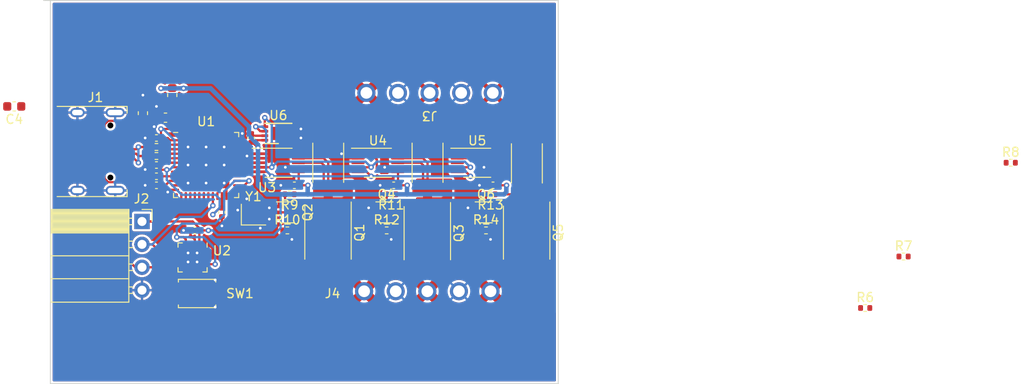
<source format=kicad_pcb>
(kicad_pcb (version 20210424) (generator pcbnew)
  (layers (0 "F.Cu" signal) (31 "B.Cu" signal) (34 "B.Paste" user) (35 "F.Paste" user) (36 "B.SilkS" user "B.Silkscreen") (37 "F.SilkS" user "F.Silkscreen") (38 "B.Mask" user) (39 "F.Mask" user) (44 "Edge.Cuts" user))
  (net 0 "")
  (net 1 "Net-(C1-Pad1)")
  (net 2 "GND")
  (net 3 "Net-(C4-Pad1)")
  (net 4 "Net-(C7-Pad1)")
  (net 5 "+3V3")
  (net 6 "Net-(FB1-Pad1)")
  (net 9 "Net-(J1-PadA6)")
  (net 10 "Net-(J1-PadA7)")
  (net 14 "/PTA3")
  (net 15 "/PTA0")
  (net 16 "Net-(R1-Pad2)")
  (net 17 "Net-(R2-Pad2)")
  (net 18 "Net-(SW1-Pad2)")
  (net 22 "Net-(J4-Pad1)")
  (net 25 "Net-(J4-Pad3)")
  (net 27 "Net-(U1-Pad24)")
  (net 28 "Net-(U1-Pad25)")
  (net 29 "/RESET_B")
  (net 30 "Net-(Q1-Pad1)")
  (net 31 "Net-(Q1-Pad4)")
  (net 34 "Net-(Q2-Pad2)")
  (net 36 "Net-(Q3-Pad1)")
  (net 37 "Net-(Q3-Pad4)")
  (net 40 "Net-(Q4-Pad2)")
  (net 42 "Net-(Q5-Pad1)")
  (net 43 "Net-(Q5-Pad4)")
  (net 46 "Net-(Q6-Pad2)")
  (net 48 "/~12V_ALERT")
  (net 49 "/~28V_ALERT")
  (net 59 "+48V")
  (net 60 "/D26")
  (net 61 "+28V")
  (net 62 "/D3")
  (net 63 "+12V")
  (net 64 "Net-(J4-Pad5)")
  (net 65 "/SCL")
  (net 66 "/SDA")
  (net 67 "/D4")
  (net 68 "/D16")
  (net 69 "/D17")
  (net 70 "/D0")
  (net 71 "/D1")
  (net 72 "/D15")
  (net 73 "/D22")
  (net 74 "/D23")
  (net 75 "/D9")
  (net 76 "/D10")
  (net 77 "/D13")
  (net 78 "/D11")
  (net 79 "/D12")
  (net 80 "/D2")
  (net 81 "/D14")
  (net 82 "/D7")
  (net 83 "/D8")
  (net 84 "/D6")
  (net 85 "/D20")
  (net 86 "/D21")
  (net 87 "/D5")
  (footprint "Capacitor_SMD:C_0402_1005Metric" (layer "F.Cu") (at 97.5 102 180)
    (fp_text reference "C5" hide)
    (fp_text value "100n")
  )
  (footprint "Resistor_SMD:R_0402_1005Metric" (layer "F.Cu") (at 112 108)
    (fp_text reference "R10")
    (fp_text value "10k")
  )
  (footprint "Package_SO:VSSOP-10_3x3mm_P0.5mm" (layer "F.Cu") (at 111.025 100.5)
    (fp_text reference "U3")
    (fp_text value "INA237")
  )
  (footprint "Connector_WUT:Weidmuller_SL3.5-5-90G" (layer "F.Cu") (at 127.5 114.75)
    (fp_text reference "J4")
    (fp_text value "Conn_01x05_Male")
  )
  (footprint "Package_DFN_QFN:DFN-8-1EP_3x2mm_P0.5mm_EP1.36x1.46mm" (layer "F.Cu") (at 111 97.25 180)
    (fp_text reference "U6")
    (fp_text value "24LC64FT-I/MNY")
  )
  (footprint "Package_SO:PowerPAK_SO-8_Single" (layer "F.Cu") (at 127.5 108.31 -90)
    (fp_text reference "Q3")
    (fp_text value "Si7141DP")
  )
  (footprint "Connector_WUT:USB-C_HRO_TYPE-C-31-M-12" (layer "F.Cu") (at 88.75 99.25 -90)
    (fp_text reference "J1")
    (fp_text value "USB_C_Receptacle_USB2.0")
  )
  (footprint "Resistor_SMD:R_0402_1005Metric" (layer "F.Cu") (at 97.5 98.75)
    (fp_text reference "R1" hide)
    (fp_text value "33")
  )
  (footprint "Package_SO:VSSOP-10_3x3mm_P0.5mm" (layer "F.Cu") (at 133.025 100.5)
    (fp_text reference "U5")
    (fp_text value "INA237")
  )
  (footprint "Resistor_SMD:R_0402_1005Metric" (layer "F.Cu") (at 123 108)
    (fp_text reference "R12")
    (fp_text value "10k")
  )
  (footprint "Package_TO_SOT_SMD:SOT-363_SC-70-6" (layer "F.Cu") (at 134 106)
    (fp_text reference "Q6")
    (fp_text value "SI1539CDL-T1-GE3")
  )
  (footprint "Capacitor_SMD:C_0402_1005Metric" (layer "F.Cu") (at 97.5 97.75 180)
    (fp_text reference "C2" hide)
    (fp_text value "100n")
  )
  (footprint "Package_DFN_QFN:QFN-16-1EP_3x3mm_P0.5mm_EP1.9x1.9mm" (layer "F.Cu") (at 101.5 111 -90)
    (fp_text reference "U2")
    (fp_text value "MKL02Z32VFG4")
  )
  (footprint "Resistor_SMD:R_0402_1005Metric" (layer "F.Cu") (at 175.995 116.605)
    (fp_text reference "R6")
    (fp_text value "10k")
  )
  (footprint "Resistor_SMD:R_0402_1005Metric" (layer "F.Cu") (at 192.115 100.495)
    (fp_text reference "R8")
    (fp_text value "10k")
  )
  (footprint "Button_Switch_SMD:SW_Push_SPST_NO_Alps_SKRK" (layer "F.Cu") (at 102 115 180)
    (fp_text reference "SW1")
    (fp_text value "SW_Push")
  )
  (footprint "Capacitor_SMD:C_0402_1005Metric" (layer "F.Cu") (at 97.5 103 180)
    (fp_text reference "C7" hide)
    (fp_text value "100n")
  )
  (footprint "Package_SO:VSSOP-10_3x3mm_P0.5mm" (layer "F.Cu") (at 122.025 100.5)
    (fp_text reference "U4")
    (fp_text value "INA237")
  )
  (footprint "Capacitor_SMD:C_0402_1005Metric" (layer "F.Cu") (at 104.75 106 -90)
    (fp_text reference "C6" hide)
    (fp_text value "100n")
  )
  (footprint "Connector_WUT:Weidmuller_SL3.5-5-90G" (layer "F.Cu") (at 127.75 92.75 180)
    (fp_text reference "J3")
    (fp_text value "Conn_01x05_Male")
  )
  (footprint "Connector_PinSocket_2.54mm:PinSocket_1x04_P2.54mm_Horizontal" (layer "F.Cu") (at 95.9 107.01)
    (fp_text reference "J2")
    (fp_text value "Conn_01x04_Female")
  )
  (footprint "Capacitor_SMD:C_0402_1005Metric" (layer "F.Cu") (at 134.775 103 180)
    (fp_text reference "C11" hide)
    (fp_text value "100n")
  )
  (footprint "Capacitor_SMD:C_0402_1005Metric" (layer "F.Cu") (at 101.75 108 180)
    (fp_text reference "C8" hide)
    (fp_text value "100n")
  )
  (footprint "Package_SO:PowerPAK_SO-8_Single" (layer "F.Cu") (at 116.5 108.25 -90)
    (fp_text reference "Q1")
    (fp_text value "Si7141DP")
  )
  (footprint "Capacitor_SMD:C_0402_1005Metric" (layer "F.Cu") (at 108 97.75 90)
    (fp_text reference "C12" hide)
    (fp_text value "100n")
  )
  (footprint "Inductor_SMD:L_0603_1608Metric" (layer "F.Cu") (at 99.25 93 -90)
    (fp_text reference "FB2" hide)
    (fp_text value "FerriteBead_Small")
  )
  (footprint "Resistor_SMD:R_2512_6332Metric" (layer "F.Cu") (at 138.525 100.57 -90)
    (fp_text reference "R5" hide)
    (fp_text value "0R1")
  )
  (footprint "Resistor_SMD:R_0402_1005Metric" (layer "F.Cu") (at 134.5 104 180)
    (fp_text reference "R13")
    (fp_text value "10k")
  )
  (footprint "Resistor_SMD:R_0402_1005Metric" (layer "F.Cu") (at 97.5 99.75)
    (fp_text reference "R2" hide)
    (fp_text value "33")
  )
  (footprint "Crystal:Crystal_SMD_2016-4Pin_2.0x1.6mm" (layer "F.Cu") (at 108.25 106.25)
    (fp_text reference "Y1")
    (fp_text value "830108178109 ")
  )
  (footprint "Resistor_SMD:R_0402_1005Metric" (layer "F.Cu") (at 112.25 104 180)
    (fp_text reference "R9")
    (fp_text value "10k")
  )
  (footprint "Capacitor_SMD:C_0603_1608Metric" (layer "F.Cu") (at 98.5 95.5 180)
    (fp_text reference "C1" hide)
    (fp_text value "10u")
  )
  (footprint "Capacitor_SMD:C_0402_1005Metric" (layer "F.Cu") (at 112.775 103 180)
    (fp_text reference "C9" hide)
    (fp_text value "100n")
  )
  (footprint "Package_DFN_QFN:QFN-48-1EP_7x7mm_P0.5mm_EP5.15x5.15mm" (layer "F.Cu") (at 103 100.75)
    (fp_text reference "U1")
    (fp_text value "MKL26Z64VFT4")
  )
  (footprint "Resistor_SMD:R_0402_1005Metric" (layer "F.Cu") (at 123.5 104 180)
    (fp_text reference "R11")
    (fp_text value "10k")
  )
  (footprint "Package_TO_SOT_SMD:SOT-363_SC-70-6" (layer "F.Cu") (at 112 106)
    (fp_text reference "Q2")
    (fp_text value "SI1539CDL-T1-GE3")
  )
  (footprint "Resistor_SMD:R_2512_6332Metric" (layer "F.Cu") (at 116.525 100.5 -90)
    (fp_text reference "R3" hide)
    (fp_text value "0R1")
  )
  (footprint "Capacitor_SMD:C_0402_1005Metric" (layer "F.Cu") (at 123.775 103 180)
    (fp_text reference "C10" hide)
    (fp_text value "100n")
  )
  (footprint "Resistor_SMD:R_0402_1005Metric" (layer "F.Cu") (at 134 108)
    (fp_text reference "R14")
    (fp_text value "10k")
  )
  (footprint "Inductor_SMD:L_0603_1608Metric" (layer "F.Cu") (at 96 95 90)
    (fp_text reference "FB1" hide)
    (fp_text value "FerriteBead_Small")
  )
  (footprint "Resistor_SMD:R_0402_1005Metric" (layer "F.Cu") (at 180.245 110.895)
    (fp_text reference "R7")
    (fp_text value "10k")
  )
  (footprint "Capacitor_SMD:C_0603_1608Metric" (layer "F.Cu") (at 81.75 94.25 180)
    (fp_text reference "C4")
    (fp_text value "DNF")
  )
  (footprint "Capacitor_SMD:C_0402_1005Metric" (layer "F.Cu") (at 97.5 100.75 180)
    (fp_text reference "C3" hide)
    (fp_text value "100n")
  )
  (footprint "Package_TO_SOT_SMD:SOT-363_SC-70-6" (layer "F.Cu") (at 123 106)
    (fp_text reference "Q4")
    (fp_text value "SI1539CDL-T1-GE3")
  )
  (footprint "Package_SO:PowerPAK_SO-8_Single" (layer "F.Cu") (at 138.5 108.25 -90)
    (fp_text reference "Q5")
    (fp_text value "Si7141DP")
  )
  (footprint "Resistor_SMD:R_2512_6332Metric" (layer "F.Cu") (at 127.525 100.5 -90)
    (fp_text reference "R4" hide)
    (fp_text value "0R1")
  )
  (gr_line (start 142 125) (end 142 82.5) (layer "Edge.Cuts") (width 0.1))
  (gr_line (start 85.75 125) (end 142 125) (layer "Edge.Cuts") (width 0.1))
  (gr_line (start 85.75 82.5) (end 85.75 125) (layer "Edge.Cuts") (width 0.1))
  (gr_line (start 142 82.5) (end 85 82.5) (layer "Edge.Cuts") (width 0.1))
  (segment (start 99 96.75) (end 98 96.75) (width 0.25) (layer "F.Cu") (net 1))
  (segment (start 98.645389 101.272594) (end 98.022594 101.272594) (width 0.25) (layer "F.Cu") (net 1))
  (segment (start 98.022594 101.272594) (end 97.98 101.23) (width 0.25) (layer "F.Cu") (net 1))
  (segment (start 99 98) (end 98.75 97.75) (width 0.25) (layer "F.Cu") (net 1))
  (segment (start 99.25 95.475) (end 99.275 95.5) (width 0.25) (layer "F.Cu") (net 1))
  (segment (start 98.23 100.5) (end 97.98 100.75) (width 0.25) (layer "F.Cu") (net 1))
  (segment (start 103.75 106.25) (end 104.48 105.52) (width 0.25) (layer "F.Cu") (net 1))
  (segment (start 98 97.73) (end 97.98 97.75) (width 0.25) (layer "F.Cu") (net 1))
  (segment (start 99.25 93.7875) (end 99.25 95.475) (width 0.25) (layer "F.Cu") (net 1))
  (segment (start 99.5625 102) (end 97.98 102) (width 0.25) (layer "F.Cu") (net 1))
  (segment (start 104.75 104.1875) (end 104.75 105.52) (width 0.25) (layer "F.Cu") (net 1))
  (segment (start 97.98 101.23) (end 97.98 100.75) (width 0.25) (layer "F.Cu") (net 1))
  (segment (start 99.275 95.5) (end 99.275 96.475) (width 0.25) (layer "F.Cu") (net 1))
  (segment (start 104.48 105.52) (end 104.75 105.52) (width 0.25) (layer "F.Cu") (net 1))
  (segment (start 98.75 97.75) (end 97.98 97.75) (width 0.25) (layer "F.Cu") (net 1))
  (segment (start 97.98 102) (end 97.98 101.23) (width 0.25) (layer "F.Cu") (net 1))
  (segment (start 98 96.75) (end 98 97.73) (width 0.25) (layer "F.Cu") (net 1))
  (segment (start 99.5625 100.5) (end 98.23 100.5) (width 0.25) (layer "F.Cu") (net 1))
  (segment (start 99.275 96.475) (end 99 96.75) (width 0.25) (layer "F.Cu") (net 1))
  (segment (start 99.5625 98) (end 99 98) (width 0.25) (layer "F.Cu") (net 1))
  (via (at 103.75 106.25) (size 0.6) (drill 0.3) (layers "F.Cu" "B.Cu") (net 1))
  (via (at 98 96.75) (size 0.6) (drill 0.3) (layers "F.Cu" "B.Cu") (net 1))
  (via (at 98.645389 101.272594) (size 0.6) (drill 0.3) (layers "F.Cu" "B.Cu") (net 1))
  (segment (start 98.645389 102.395389) (end 98.645389 101.272594) (width 0.25) (layer "B.Cu") (net 1))
  (segment (start 104.5 104.5) (end 104.049766 104.049766) (width 0.25) (layer "B.Cu") (net 1))
  (segment (start 99.5 98) (end 99.5 100.75) (width 0.25) (layer "B.Cu") (net 1))
  (segment (start 103.75 106.25) (end 104.5 105.5) (width 0.25) (layer "B.Cu") (net 1))
  (segment (start 100.299766 104.049766) (end 98.645389 102.395389) (width 0.25) (layer "B.Cu") (net 1))
  (segment (start 104.049766 104.049766) (end 100.299766 104.049766) (width 0.25) (layer "B.Cu") (net 1))
  (segment (start 98 96.75) (end 98.25 96.75) (width 0.25) (layer "B.Cu") (net 1))
  (segment (start 98.977406 101.272594) (end 98.645389 101.272594) (width 0.25) (layer "B.Cu") (net 1))
  (segment (start 98.25 96.75) (end 99.5 98) (width 0.25) (layer "B.Cu") (net 1))
  (segment (start 104.5 105.5) (end 104.5 105.25) (width 0.25) (layer "B.Cu") (net 1))
  (segment (start 99.5 100.75) (end 98.977406 101.272594) (width 0.25) (layer "B.Cu") (net 1))
  (segment (start 104.5 105.25) (end 104.5 104.5) (width 0.25) (layer "B.Cu") (net 1))
  (segment (start 119.825 100) (end 118.5 100) (width 0.25) (layer "F.Cu") (net 2))
  (segment (start 123.295 103) (end 122.275 103) (width 0.25) (layer "F.Cu") (net 2))
  (segment (start 112.5 97.5) (end 113.25 97.5) (width 0.25) (layer "F.Cu") (net 2))
  (segment (start 97.725 95.525) (end 97.25 96) (width 0.25) (layer "F.Cu") (net 2))
  (segment (start 122.05 105.35) (end 121.15 105.35) (width 0.25) (layer "F.Cu") (net 2))
  (segment (start 104.1 115) (end 104.1 116.4) (width 0.25) (layer "F.Cu") (net 2))
  (segment (start 135.225 101) (end 133.775 101) (width 0.25) (layer "F.Cu") (net 2))
  (segment (start 108 97.27) (end 107.02 97.27) (width 0.25) (layer "F.Cu") (net 2))
  (segment (start 100.75 103) (end 103 100.75) (width 0.25) (layer "F.Cu") (net 2))
  (segment (start 112.5 97) (end 113.25 97) (width 0.25) (layer "F.Cu") (net 2))
  (segment (start 107.775 100) (end 107.525 99.75) (width 0.25) (layer "F.Cu") (net 2))
  (segment (start 99 103.5) (end 98.75 103.75) (width 0.25) (layer "F.Cu") (net 2))
  (segment (start 97.02 97.75) (end 96.25 97.75) (width 0.25) (layer "F.Cu") (net 2))
  (segment (start 112.51 108) (end 112.51 108.99) (width 0.25) (layer "F.Cu") (net 2))
  (segment (start 131.9 105.35) (end 133.05 105.35) (width 0.25) (layer "F.Cu") (net 2))
  (segment (start 132 105.5) (end 131.9 105.35) (width 0.25) (layer "F.Cu") (net 2))
  (segment (start 134.51 108) (end 134.51 108.99) (width 0.25) (layer "F.Cu") (net 2))
  (segment (start 113.225 101) (end 111.775 101) (width 0.25) (layer "F.Cu") (net 2))
  (segment (start 96 94.2125) (end 96 93) (width 0.25) (layer "F.Cu") (net 2))
  (segment (start 96 94.2125) (end 97.4625 94.2125) (width 0.25) (layer "F.Cu") (net 2))
  (segment (start 124.225 101) (end 122.775 101) (width 0.25) (layer "F.Cu") (net 2))
  (segment (start 97.25 96) (end 97.25 96.4887) (width 0.25) (layer "F.Cu") (net 2))
  (segment (start 107.02 97.27) (end 107 97.25) (width 0.25) (layer "F.Cu") (net 2))
  (segment (start 99.5625 103) (end 100.75 103) (width 0.25) (layer "F.Cu") (net 2))
  (segment (start 101.75 109.4875) (end 101.75 109) (width 0.25) (layer "F.Cu") (net 2))
  (segment (start 101.27 108.52) (end 101.27 108) (width 0.25) (layer "F.Cu") (net 2))
  (segment (start 108.23 97.5) (end 108 97.27) (width 0.25) (layer "F.Cu") (net 2))
  (segment (start 104.75 106.48) (end 104.75 107.5) (width 0.25) (layer "F.Cu") (net 2))
  (segment (start 134.51 108.99) (end 134.5 109) (width 0.25) (layer "F.Cu") (net 2))
  (segment (start 112.51 108.99) (end 112.5 109) (width 0.25) (layer "F.Cu") (net 2))
  (segment (start 97.725 95.5) (end 97.725 94.475) (width 0.25) (layer "F.Cu") (net 2))
  (segment (start 105.25 104.1875) (end 105.25 103) (width 0.25) (layer "F.Cu") (net 2))
  (segment (start 113.25 97) (end 113.5 96.75) (width 0.25) (layer "F.Cu") (net 2))
  (segment (start 134.295 103) (end 133.275 103) (width 0.25) (layer "F.Cu") (net 2))
  (segment (start 110.15 105.35) (end 110 105.5) (width 0.25) (layer "F.Cu") (net 2))
  (segment (start 97.02 103) (end 96.25 103) (width 0.25) (layer "F.Cu") (net 2))
  (segment (start 113.25 97.5) (end 113.5 97.75) (width 0.25) (layer "F.Cu") (net 2))
  (segment (start 97.25 96.4887) (end 97.241525 96.497175) (width 0.25) (layer "F.Cu") (net 2))
  (segment (start 101.27 108) (end 100.5 108) (width 0.25) (layer "F.Cu") (net 2))
  (segment (start 108.825 99.5) (end 107.775 99.5) (width 0.25) (layer "F.Cu") (net 2))
  (segment (start 121.15 105.35) (end 121 105.5) (width 0.25) (layer "F.Cu") (net 2))
  (segment (start 123.51 108.99) (end 123.5 109) (width 0.25) (layer "F.Cu") (net 2))
  (segment (start 112.5 98) (end 113.25 98) (width 0.25) (layer "F.Cu") (net 2))
  (segment (start 104.1 115) (end 104.1 113.6) (width 0.25) (layer "F.Cu") (net 2))
  (segment (start 104.1 113.6) (end 104 113.5) (width 0.25) (layer "F.Cu") (net 2))
  (segment (start 112.5 96.5) (end 113.25 96.5) (width 0.25) (layer "F.Cu") (net 2))
  (segment (start 99.5625 98.5) (end 100.75 98.5) (width 0.25) (layer "F.Cu") (net 2))
  (segment (start 108.825 100) (end 107.775 100) (width 0.25) (layer "F.Cu") (net 2))
  (segment (start 100.75 98.5) (end 101 98.75) (width 0.25) (layer "F.Cu") (net 2))
  (segment (start 113.25 98) (end 113.5 97.75) (width 0.25) (layer "F.Cu") (net 2))
  (segment (start 111.05 105.35) (end 110.15 105.35) (width 0.25) (layer "F.Cu") (net 2))
  (segment (start 101.75 109) (end 101.27 108.52) (width 0.25) (layer "F.Cu") (net 2))
  (segment (start 107.775 99.5) (end 107.525 99.75) (width 0.25) (layer "F.Cu") (net 2))
  (segment (start 118.5 100) (end 118 99.5) (width 0.25) (layer "F.Cu") (net 2))
  (segment (start 97.725 95.5) (end 97.725 95.525) (width 0.25) (layer "F.Cu") (net 2))
  (segment (start 104.1 116.4) (end 104 116.5) (width 0.25) (layer "F.Cu") (net 2))
  (segment (start 99.5625 103.5) (end 99 103.5) (width 0.25) (layer "F.Cu") (net 2))
  (segment (start 97.725 94.475) (end 97.5 94.25) (width 0.25) (layer "F.Cu") (net 2))
  (segment (start 105.25 103) (end 103 100.75) (width 0.25) (layer "F.Cu") (net 2))
  (segment (start 123.51 108) (end 123.51 108.99) (width 0.25) (layer "F.Cu") (net 2))
  (segment (start 97.4625 94.2125) (end 97.5 94.25) (width 0.25) (layer "F.Cu") (net 2))
  (segment (start 112.295 103) (end 111.275 103) (width 0.25) (layer "F.Cu") (net 2))
  (segment (start 109.5 97.5) (end 108.23 97.5) (width 0.25) (layer "F.Cu") (net 2))
  (segment (start 113.25 96.5) (end 113.5 96.75) (width 0.25) (layer "F.Cu") (net 2))
  (via (at 107 97.25) (size 0.6) (drill 0.3) (layers "F.Cu" "B.Cu") (net 2))
  (via (at 104.75 107.5) (size 0.6) (drill 0.3) (layers "F.Cu" "B.Cu") (net 2))
  (via (at 113.5 96.75) (size 0.6) (drill 0.3) (layers "F.Cu" "B.Cu") (net 2))
  (via (at 103 100.75) (size 0.6) (drill 0.3) (layers "F.Cu" "B.Cu") (net 2))
  (via (at 109 107.75) (size 0.6) (drill 0.3) (layers "F.Cu" "B.Cu") (net 2))
  (via (at 107.525 99.75) (size 0.6) (drill 0.3) (layers "F.Cu" "B.Cu") (net 2))
  (via (at 96.25 103) (size 0.6) (drill 0.3) (layers "F.Cu" "B.Cu") (net 2))
  (via (at 103 102.75) (size 0.6) (drill 0.3) (layers "F.Cu" "B.Cu") (net 2))
  (via (at 122.775 101) (size 0.6) (drill 0.3) (layers "F.Cu" "B.Cu") (net 2))
  (via (at 111.775 101) (size 0.6) (drill 0.3) (layers "F.Cu" "B.Cu") (net 2))
  (via (at 96 93) (size 0.6) (drill 0.3) (layers "F.Cu" "B.Cu") (net 2))
  (via (at 101 111.5) (size 0.6) (drill 0.3) (layers "F.Cu" "B.Cu") (net 2))
  (via (at 105 98.75) (size 0.6) (drill 0.3) (layers "F.Cu" "B.Cu") (net 2))
  (via (at 98.75 103.75) (size 0.6) (drill 0.3) (layers "F.Cu" "B.Cu") (net 2))
  (via (at 110 105.5) (size 0.6) (drill 0.3) (layers "F.Cu" "B.Cu") (net 2))
  (via (at 111.275 103) (size 0.6) (drill 0.3) (layers "F.Cu" "B.Cu") (net 2))
  (via (at 104 116.5) (size 0.6) (drill 0.3) (layers "F.Cu" "B.Cu") (net 2))
  (via (at 102 110.5) (size 0.6) (drill 0.3) (layers "F.Cu" "B.Cu") (net 2))
  (via (at 102 111.5) (size 0.6) (drill 0.3) (layers "F.Cu" "B.Cu") (net 2))
  (via (at 97.5 94.25) (size 0.6) (drill 0.3) (layers "F.Cu" "B.Cu") (net 2))
  (via (at 96.25 101.25) (size 0.6) (drill 0.3) (layers "F.Cu" "B.Cu") (net 2))
  (via (at 113.5 97.75) (size 0.6) (drill 0.3) (layers "F.Cu" "B.Cu") (net 2))
  (via (at 118 99.5) (size 0.6) (drill 0.3) (layers "F.Cu" "B.Cu") (net 2))
  (via (at 133.775 101) (size 0.6) (drill 0.3) (layers "F.Cu" "B.Cu") (net 2))
  (via (at 134.5 109) (size 0.6) (drill 0.3) (layers "F.Cu" "B.Cu") (net 2))
  (via (at 96.25 97.75) (size 0.6) (drill 0.3) (layers "F.Cu" "B.Cu") (net 2))
  (via (at 100.5 108) (size 0.6) (drill 0.3) (layers "F.Cu" "B.Cu") (net 2))
  (via (at 122.275 103) (size 0.6) (drill 0.3) (layers "F.Cu" "B.Cu") (net 2))
  (via (at 101 100.75) (size 0.6) (drill 0.3) (layers "F.Cu" "B.Cu") (net 2))
  (via (at 107.5 104.5) (size 0.6) (drill 0.3) (layers "F.Cu" "B.Cu") (net 2))
  (via (at 101 102.75) (size 0.6) (drill 0.3) (layers "F.Cu" "B.Cu") (net 2))
  (via (at 103 98.75) (size 0.6) (drill 0.3) (layers "F.Cu" "B.Cu") (net 2))
  (via (at 121 105.5) (size 0.6) (drill 0.3) (layers "F.Cu" "B.Cu") (net 2))
  (via (at 133.275 103) (size 0.6) (drill 0.3) (layers "F.Cu" "B.Cu") (net 2))
  (via (at 110 106.75) (size 0.6) (drill 0.3) (layers "F.Cu" "B.Cu") (net 2))
  (via (at 101 98.75) (size 0.6) (drill 0.3) (layers "F.Cu" "B.Cu") (net 2))
  (via (at 112.5 109) (size 0.6) (drill 0.3) (layers "F.Cu" "B.Cu") (net 2))
  (via (at 106.5 105.75) (size 0.6) (drill 0.3) (layers "F.Cu" "B.Cu") (net 2))
  (via (at 101 110.5) (size 0.6) (drill 0.3) (layers "F.Cu" "B.Cu") (net 2))
  (via (at 123.5 109) (size 0.6) (drill 0.3) (layers "F.Cu" "B.Cu") (net 2))
  (via (at 132 105.5) (size 0.6) (drill 0.3) (layers "F.Cu" "B.Cu") (net 2))
  (via (at 105 100.75) (size 0.6) (drill 0.3) (layers "F.Cu" "B.Cu") (net 2))
  (via (at 97.241525 96.497175) (size 0.6) (drill 0.3) (layers "F.Cu" "B.Cu") (net 2))
  (via (at 104 113.5) (size 0.6) (drill 0.3) (layers "F.Cu" "B.Cu") (net 2))
  (via (at 105 102.75) (size 0.6) (drill 0.3) (layers "F.Cu" "B.Cu") (net 2))
  (segment (start 99.5625 102.5) (end 99 102.5) (width 0.25) (layer "F.Cu") (net 4))
  (segment (start 99 102.5) (end 98.5 103) (width 0.25) (layer "F.Cu") (net 4))
  (segment (start 98.5 103) (end 97.98 103) (width 0.25) (layer "F.Cu") (net 4))
  (segment (start 133.025 101.5) (end 133.149511 101.624511) (width 0.25) (layer "F.Cu") (net 5))
  (segment (start 121.9 100.125) (end 121.275 99.5) (width 0.25) (layer "F.Cu") (net 5))
  (segment (start 135.255 103) (end 135.255 101.53) (width 0.25) (layer "F.Cu") (net 5))
  (segment (start 99.25 92.2125) (end 100.4625 92.2125) (width 0.25) (layer "F.Cu") (net 5))
  (segment (start 130.825 99.5) (end 132.775 99.5) (width 0.25) (layer "F.Cu") (net 5))
  (segment (start 122.399511 101.624511) (end 121.9 101.125) (width 0.25) (layer "F.Cu") (net 5))
  (segment (start 121.275 99.5) (end 119.825 99.5) (width 0.25) (layer "F.Cu") (net 5))
  (segment (start 133.025 101.5) (end 133.025 100) (width 0.25) (layer "F.Cu") (net 5))
  (segment (start 121.9 100.125) (end 121.775 100) (width 0.25) (layer "F.Cu") (net 5))
  (segment (start 113.255 103) (end 113.255 101.53) (width 0.25) (layer "F.Cu") (net 5))
  (segment (start 135.255 101.53) (end 135.225 101.5) (width 0.25) (layer "F.Cu") (net 5))
  (segment (start 133.149511 101.624511) (end 134.150489 101.624511) (width 0.25) (layer "F.Cu") (net 5))
  (segment (start 108 98.23) (end 108.1295 98.23) (width 0.25) (layer "F.Cu") (net 5))
  (segment (start 108.23 98) (end 108 98.23) (width 0.25) (layer "F.Cu") (net 5))
  (segment (start 102.23 108) (end 103.25 108) (width 0.25) (layer "F.Cu") (net 5))
  (segment (start 101.51 107.01) (end 95.44952 107.01) (width 0.25) (layer "F.Cu") (net 5))
  (segment (start 113.255 103) (end 114.275 103) (width 0.25) (layer "F.Cu") (net 5))
  (segment (start 98.0375 92.2125) (end 98 92.25) (width 0.25) (layer "F.Cu") (net 5))
  (segment (start 97.05 107.01) (end 95.44952 107.01) (width 0.25) (layer "F.Cu") (net 5))
  (segment (start 134.150489 101.624511) (end 134.275 101.5) (width 0.25) (layer "F.Cu") (net 5))
  (segment (start 99.25 92.2125) (end 98.0375 92.2125) (width 0.25) (layer "F.Cu") (net 5))
  (segment (start 124.255 101.53) (end 124.225 101.5) (width 0.25) (layer "F.Cu") (net 5))
  (segment (start 109.5 98) (end 108.23 98) (width 0.25) (layer "F.Cu") (net 5))
  (segment (start 121.9 101.125) (end 122.275 101.5) (width 0.25) (layer "F.Cu") (net 5))
  (segment (start 113.255 101.53) (end 113.225 101.5) (width 0.25) (layer "F.Cu") (net 5))
  (segment (start 133.025 99.75) (end 133.025 100) (width 0.25) (layer "F.Cu") (net 5))
  (segment (start 132.775 99.5) (end 133.025 99.75) (width 0.25) (layer "F.Cu") (net 5))
  (segment (start 124.255 103) (end 124.255 101.53) (width 0.25) (layer "F.Cu") (net 5))
  (segment (start 135.505 103) (end 136.275 103) (width 0.25) (layer "F.Cu") (net 5))
  (segment (start 124.225 101.5) (end 123.199277 101.5) (width 0.25) (layer "F.Cu") (net 5))
  (segment (start 123.199277 101.5) (end 123.074766 101.624511) (width 0.25) (layer "F.Cu") (net 5))
  (segment (start 108.1295 98.23) (end 108.75 98.8505) (width 0.25) (layer "F.Cu") (net 5))
  (segment (start 102.25 107.75) (end 101.51 107.01) (width 0.25) (layer "F.Cu") (net 5))
  (segment (start 134.275 101.5) (end 135.225 101.5) (width 0.25) (layer "F.Cu") (net 5))
  (segment (start 100.4625 92.2125) (end 100.5 92.25) (width 0.25) (layer "F.Cu") (net 5))
  (segment (start 124.255 103) (end 125.275 103) (width 0.25) (layer "F.Cu") (net 5))
  (segment (start 102.25 109.4875) (end 102.25 107.75) (width 0.25) (layer "F.Cu") (net 5))
  (segment (start 123.074766 101.624511) (end 122.399511 101.624511) (width 0.25) (layer "F.Cu") (net 5))
  (segment (start 130.825 100) (end 133.025 100) (width 0.25) (layer "F.Cu") (net 5))
  (segment (start 121.9 101.125) (end 121.9 100.125) (width 0.25) (layer "F.Cu") (net 5))
  (via (at 114.275 103) (size 0.6) (drill 0.3) (layers "F.Cu" "B.Cu") (net 5))
  (via (at 98 92.25) (size 0.6) (drill 0.3) (layers "F.Cu" "B.Cu") (net 5))
  (via (at 125.275 103) (size 0.6) (drill 0.3) (layers "F.Cu" "B.Cu") (net 5))
  (via (at 108.75 98.8505) (size 0.6) (drill 0.3) (layers "F.Cu" "B.Cu") (net 5))
  (via (at 100.5 92.25) (size 0.6) (drill 0.3) (layers "F.Cu" "B.Cu") (net 5))
  (via (at 103.25 108) (size 0.6) (drill 0.3) (layers "F.Cu" "B.Cu") (net 5))
  (via (at 136.275 103) (size 0.6) (drill 0.3) (layers "F.Cu" "B.Cu") (net 5))
  (segment (start 125.25 104) (end 125.25 103.025) (width 0.5) (layer "B.Cu") (net 5))
  (segment (start 136.275 103) (end 136.25 103.025) (width 0.5) (layer "B.Cu") (net 5))
  (segment (start 112.5 104) (end 111.25 104) (width 0.5) (layer "B.Cu") (net 5))
  (segment (start 108.75 98.5) (end 108.75 103) (width 0.5) (layer "B.Cu") (net 5))
  (segment (start 112.5 104) (end 109.75 104) (width 0.5) (layer "B.Cu") (net 5))
  (segment (start 136 104) (end 125.25 104) (width 0.5) (layer "B.Cu") (net 5))
  (segment (start 103.75 108) (end 104.25 108.5) (width 0.25) (layer "B.Cu") (net 5))
  (segment (start 125.25 104) (end 114.25 104) (width 0.5) (layer "B.Cu") (net 5))
  (segment (start 136.25 103.025) (end 136.25 103.75) (width 0.5) (layer "B.Cu") (net 5))
  (segment (start 111.25 104) (end 109.75 104) (width 0.5) (layer "B.Cu") (net 5))
  (segment (start 107.75 96.5) (end 107.75 97.5) (width 0.5) (layer "B.Cu") (net 5))
  (segment (start 114.25 103.025) (end 114.275 103) (width 0.5) (layer "B.Cu") (net 5))
  (segment (start 103.25 108) (end 103.75 108) (width 0.25) (layer "B.Cu") (net 5))
  (segment (start 125.25 103.025) (end 125.275 103) (width 0.5) (layer "B.Cu") (net 5))
  (segment (start 108.75 103) (end 109.75 104) (width 0.5) (layer "B.Cu") (net 5))
  (segment (start 111.25 107.75) (end 111.25 104) (width 0.25) (layer "B.Cu") (net 5))
  (segment (start 104.25 108.5) (end 110.5 108.5) (width 0.25) (layer "B.Cu") (net 5))
  (segment (start 114.25 104) (end 112.5 104) (width 0.5) (layer "B.Cu") (net 5))
  (segment (start 98 92.25) (end 103.5 92.25) (width 0.5) (layer "B.Cu") (net 5))
  (segment (start 107.75 97.5) (end 108.75 98.5) (width 0.5) (layer "B.Cu") (net 5))
  (segment (start 114.25 104) (end 114.25 103.025) (width 0.5) (layer "B.Cu") (net 5))
  (segment (start 136.25 103.75) (end 136 104) (width 0.5) (layer "B.Cu") (net 5))
  (segment (start 103.5 92.25) (end 107.75 96.5) (width 0.5) (layer "B.Cu") (net 5))
  (segment (start 110.5 108.5) (end 111.25 107.75) (width 0.25) (layer "B.Cu") (net 5))
  (segment (start 111.25 104) (end 110.75 104) (width 0.5) (layer "B.Cu") (net 5))
  (segment (start 91.75 102.25) (end 91.75 96.25) (width 0.25) (layer "F.Cu") (net 6))
  (segment (start 93.845 95.85) (end 92.15 95.85) (width 0.25) (layer "F.Cu") (net 6))
  (segment (start 95.9375 95.85) (end 96 95.7875) (width 0.25) (layer "F.Cu") (net 6))
  (segment (start 91.75 96.25) (end 92 96) (width 0.25) (layer "F.Cu") (net 6))
  (segment (start 95.6375 96.15) (end 96 95.7875) (width 0.25) (layer "F.Cu") (net 6))
  (segment (start 92.15 95.85) (end 92 96) (width 0.25) (layer "F.Cu") (net 6))
  (segment (start 93.845 96.15) (end 95.6375 96.15) (width 0.25) (layer "F.Cu") (net 6))
  (segment (start 93.845 102.65) (end 92.15 102.65) (width 0.25) (layer "F.Cu") (net 6))
  (segment (start 92.15 102.65) (end 91.75 102.25) (width 0.25) (layer "F.Cu") (net 6))
  (segment (start 93.845 95.85) (end 95.9375 95.85) (width 0.25) (layer "F.Cu") (net 6))
  (segment (start 96.99 98.75) (end 95.5 98.75) (width 0.25) (layer "F.Cu") (net 9))
  (segment (start 95 100) (end 95.5 100.5) (width 0.25) (layer "F.Cu") (net 9))
  (segment (start 95.25 99) (end 95.5 98.75) (width 0.25) (layer "F.Cu") (net 9))
  (segment (start 93.845 99) (end 95.25 99) (width 0.25) (layer "F.Cu") (net 9))
  (segment (start 96.25 98.75) (end 95.5 98.75) (width 0.25) (layer "F.Cu") (net 9))
  (segment (start 93.845 100) (end 95 100) (width 0.25) (layer "F.Cu") (net 9))
  (via (at 95.5 100.5) (size 0.6) (drill 0.3) (layers "F.Cu" "B.Cu") (net 9))
  (via (at 95.5 98.75) (size 0.6) (drill 0.3) (layers "F.Cu" "B.Cu") (net 9))
  (segment (start 95.5 100.5) (end 95.5 98.75) (width 0.25) (layer "B.Cu") (net 9))
  (segment (start 96.25 99.75) (end 95.5 99.75) (width 0.25) (layer "F.Cu") (net 10))
  (segment (start 93 99.5) (end 92.75 99.25) (width 0.25) (layer "F.Cu") (net 10))
  (segment (start 92.75 99.25) (end 92.75 98.75) (width 0.25) (layer "F.Cu") (net 10))
  (segment (start 96.99 99.75) (end 95.5 99.75) (width 0.25) (layer "F.Cu") (net 10))
  (segment (start 95.25 99.5) (end 93.845 99.5) (width 0.25) (layer "F.Cu") (net 10))
  (segment (start 93 98.5) (end 92.75 98.75) (width 0.25) (layer "F.Cu") (net 10))
  (segment (start 93.845 99.5) (end 93 99.5) (width 0.25) (layer "F.Cu") (net 10))
  (segment (start 93.845 98.5) (end 93 98.5) (width 0.25) (layer "F.Cu") (net 10))
  (segment (start 95.5 99.75) (end 95.25 99.5) (width 0.25) (layer "F.Cu") (net 10))
  (segment (start 99.9875 111.25) (end 98.75 111.25) (width 0.25) (layer "F.Cu") (net 14))
  (segment (start 95.15 109.55) (end 97.05 109.55) (width 0.25) (layer "F.Cu") (net 14))
  (segment (start 103.75 104.1875) (end 103.75 105.25) (width 0.25) (layer "F.Cu") (net 14))
  (segment (start 98.75 111.25) (end 97.05 109.55) (width 0.25) (layer "F.Cu") (net 14))
  (via (at 103.75 105.25) (size 0.6) (drill 0.3) (layers "F.Cu" "B.Cu") (net 14))
  (segment (start 100.1 106.5) (end 102.5 106.5) (width 0.25) (layer "B.Cu") (net 14))
  (segment (start 95.15 109.55) (end 97.05 109.55) (width 0.25) (layer "B.Cu") (net 14))
  (segment (start 102.5 106.5) (end 103.75 105.25) (width 0.25) (layer "B.Cu") (net 14))
  (segment (start 97.05 109.55) (end 100.1 106.5) (width 0.25) (layer "B.Cu") (net 14))
  (segment (start 95.15 112.09) (end 94.03 110.97) (width 0.25) (layer "F.Cu") (net 15))
  (segment (start 99.9875 111.75) (end 99 111.75) (width 0.25) (layer "F.Cu") (net 15))
  (segment (start 102.25 104.75) (end 102.25 104.1875) (width 0.25) (layer "F.Cu") (net 15))
  (segment (start 97.05 112.09) (end 98.66 112.09) (width 0.25) (layer "F.Cu") (net 15))
  (segment (start 97.05 112.09) (end 95.84 112.09) (width 0.25) (layer "F.Cu") (net 15))
  (segment (start 94.75 105.5) (end 101.5 105.5) (width 0.25) (layer "F.Cu") (net 15))
  (segment (start 94.03 106.22) (end 94.75 105.5) (width 0.25) (layer "F.Cu") (net 15))
  (segment (start 101.5 105.5) (end 102.25 104.75) (width 0.25) (layer "F.Cu") (net 15))
  (segment (start 98.66 112.09) (end 98.875 111.875) (width 0.25) (layer "F.Cu") (net 15))
  (segment (start 99 111.75) (end 98.875 111.875) (width 0.25) (layer "F.Cu") (net 15))
  (segment (start 94.03 110.97) (end 94.03 106.22) (width 0.25) (layer "F.Cu") (net 15))
  (segment (start 99.5625 99) (end 98.75 99) (width 0.25) (layer "F.Cu") (net 16))
  (segment (start 98.75 99) (end 98.5 98.75) (width 0.25) (layer "F.Cu") (net 16))
  (segment (start 98.5 98.75) (end 98.01 98.75) (width 0.25) (layer "F.Cu") (net 16))
  (segment (start 99.5625 99.5) (end 98.75 99.5) (width 0.25) (layer "F.Cu") (net 17))
  (segment (start 98.5 99.75) (end 98.01 99.75) (width 0.25) (layer "F.Cu") (net 17))
  (segment (start 98.75 99.5) (end 98.5 99.75) (width 0.25) (layer "F.Cu") (net 17))
  (segment (start 99.9 115) (end 101 115) (width 0.25) (layer "F.Cu") (net 18))
  (segment (start 101.25 114.75) (end 101.25 113.5) (width 0.25) (layer "F.Cu") (net 18))
  (segment (start 101 115) (end 101.25 114.75) (width 0.25) (layer "F.Cu") (net 18))
  (segment (start 101.25 114.75) (end 101.25 112.5125) (width 0.25) (layer "F.Cu") (net 18))
  (segment (start 105.75 106.25) (end 106.3 106.8) (width 0.25) (layer "F.Cu") (net 27))
  (segment (start 106.3 106.8) (end 107.55 106.8) (width 0.25) (layer "F.Cu") (net 27))
  (segment (start 105.75 104.1875) (end 105.75 106.25) (width 0.25) (layer "F.Cu") (net 27))
  (segment (start 108.95 104.45) (end 108.95 105.7) (width 0.25) (layer "F.Cu") (net 28))
  (segment (start 106.4375 103.5) (end 108 103.5) (width 0.25) (layer "F.Cu") (net 28))
  (segment (start 108 103.5) (end 108.95 104.45) (width 0.25) (layer "F.Cu") (net 28))
  (segment (start 107.25 103) (end 107.75 102.5) (width 0.25) (layer "F.Cu") (net 29))
  (segment (start 100.75 109.4875) (end 100.75 109) (width 0.25) (layer "F.Cu") (net 29))
  (segment (start 106.4375 103) (end 107.25 103) (width 0.25) (layer "F.Cu") (net 29))
  (segment (start 100.5 108.75) (end 99.75 108.75) (width 0.25) (layer "F.Cu") (net 29))
  (segment (start 100.75 109) (end 100.5 108.75) (width 0.25) (layer "F.Cu") (net 29))
  (segment (start 103.0125 111.75) (end 104 111.75) (width 0.25) (layer "F.Cu") (net 29))
  (via (at 99.75 108.75) (size 0.6) (drill 0.3) (layers "F.Cu" "B.Cu") (net 29))
  (via (at 107.75 102.5) (size 0.6) (drill 0.3) (layers "F.Cu" "B.Cu") (net 29))
  (via (at 104 111.75) (size 0.6) (drill 0.3) (layers "F.Cu" "B.Cu") (net 29))
  (segment (start 104.75 106.5) (end 105 106.25) (width 0.25) (layer "B.Cu") (net 29))
  (segment (start 105 103.674277) (end 105.587138 103.087139) (width 0.25) (layer "B.Cu") (net 29))
  (segment (start 103 107.25) (end 104 107.25) (width 0.25) (layer "B.Cu") (net 29))
  (segment (start 105 106.25) (end 105 104.75) (width 0.25) (layer "B.Cu") (net 29))
  (segment (start 99.75 108.75) (end 102.75 108.75) (width 0.25) (layer "B.Cu") (net 29))
  (segment (start 99.75 108.75) (end 99.75 107.825723) (width 0.25) (layer "B.Cu") (net 29))
  (segment (start 105.587138 103.087139) (end 106.174277 102.5) (width 0.25) (layer "B.Cu") (net 29))
  (segment (start 100.325723 107.25) (end 103 107.25) (width 0.25) (layer "B.Cu") (net 29))
  (segment (start 104 110) (end 104 111.75) (width 0.25) (layer "B.Cu") (net 29))
  (segment (start 99.75 107.825723) (end 100.325723 107.25) (width 0.25) (layer "B.Cu") (net 29))
  (segment (start 105 104.75) (end 105 103.674277) (width 0.25) (layer "B.Cu") (net 29))
  (segment (start 102.75 108.75) (end 104 110) (width 0.25) (layer "B.Cu") (net 29))
  (segment (start 104 107.25) (end 104.75 106.5) (width 0.25) (layer "B.Cu") (net 29))
  (segment (start 106.174277 102.5) (end 107.75 102.5) (width 0.25) (layer "B.Cu") (net 29))
  (segment (start 116.525 100.5) (end 116.525 103.4625) (width 0.25) (layer "F.Cu") (net 30))
  (segment (start 116.025 100) (end 116.525 100.5) (width 0.25) (layer "F.Cu") (net 30))
  (segment (start 116.025 102.9625) (end 116.525 103.4625) (width 0.25) (layer "F.Cu") (net 30))
  (segment (start 115.775 100.5) (end 116.025 100.75) (width 0.25) (layer "F.Cu") (net 30))
  (segment (start 113.225 100.5) (end 115.775 100.5) (width 0.25) (layer "F.Cu") (net 30))
  (segment (start 113.225 100) (end 116.025 100) (width 0.25) (layer "F.Cu") (net 30))
  (segment (start 116.025 100.75) (end 116.025 102.9625) (width 0.25) (layer "F.Cu") (net 30))
  (segment (start 112.76 104) (end 115.9875 104) (width 0.25) (layer "F.Cu") (net 30))
  (segment (start 115.9875 104) (end 116.525 103.4625) (width 0.25) (layer "F.Cu") (net 30))
  (segment (start 114.365 105.35) (end 114.595 105.58) (width 0.25) (layer "F.Cu") (net 31))
  (segment (start 111.74 104.99) (end 111.74 104) (width 0.25) (layer "F.Cu") (net 31))
  (segment (start 112.95 105.35) (end 112.1 105.35) (width 0.25) (layer "F.Cu") (net 31))
  (segment (start 112.95 105.35) (end 114.365 105.35) (width 0.25) (layer "F.Cu") (net 31))
  (segment (start 112.1 105.35) (end 111.74 104.99) (width 0.25) (layer "F.Cu") (net 31))
  (segment (start 114.595 105.905) (end 114.595 105.58) (width 0.25) (layer "F.Cu") (net 31))
  (segment (start 114.595 105.58) (end 114.595 105.345) (width 0.25) (layer "F.Cu") (net 31))
  (segment (start 112 106.25) (end 112 107.49) (width 0.25) (layer "F.Cu") (net 34))
  (segment (start 111.75 106) (end 112 106.25) (width 0.25) (layer "F.Cu") (net 34))
  (segment (start 111.05 106) (end 111.75 106) (width 0.25) (layer "F.Cu") (net 34))
  (segment (start 112 107.49) (end 111.49 108) (width 0.25) (layer "F.Cu") (net 34))
  (segment (start 127.025 100) (end 127.525 100.5) (width 0.25) (layer "F.Cu") (net 36))
  (segment (start 127.025 100.75) (end 127.025 102.9625) (width 0.25) (layer "F.Cu") (net 36))
  (segment (start 127.525 100.5) (end 127.525 103.4625) (width 0.25) (layer "F.Cu") (net 36))
  (segment (start 124.01 104) (end 126.9875 104) (width 0.25) (layer "F.Cu") (net 36))
  (segment (start 124.225 100.5) (end 126.775 100.5) (width 0.25) (layer "F.Cu") (net 36))
  (segment (start 126.9875 104) (end 127.525 103.4625) (width 0.25) (layer "F.Cu") (net 36))
  (segment (start 124.225 100) (end 127.025 100) (width 0.25) (layer "F.Cu") (net 36))
  (segment (start 127.025 102.9625) (end 127.525 103.4625) (width 0.25) (layer "F.Cu") (net 36))
  (segment (start 126.775 100.5) (end 127.025 100.75) (width 0.25) (layer "F.Cu") (net 36))
  (segment (start 122.99 104.99) (end 122.99 104) (width 0.25) (layer "F.Cu") (net 37))
  (segment (start 123.95 105.35) (end 125.305 105.35) (width 0.25) (layer "F.Cu") (net 37))
  (segment (start 123.35 105.35) (end 122.99 104.99) (width 0.25) (layer "F.Cu") (net 37))
  (segment (start 123.95 105.35) (end 123.35 105.35) (width 0.25) (layer "F.Cu") (net 37))
  (segment (start 125.305 105.35) (end 125.595 105.64) (width 0.25) (layer "F.Cu") (net 37))
  (segment (start 123 106.25) (end 123 107.49) (width 0.25) (layer "F.Cu") (net 40))
  (segment (start 122.05 106) (end 122.75 106) (width 0.25) (layer "F.Cu") (net 40))
  (segment (start 122.75 106) (end 123 106.25) (width 0.25) (layer "F.Cu") (net 40))
  (segment (start 123 107.49) (end 122.49 108) (width 0.25) (layer "F.Cu") (net 40))
  (segment (start 135.225 100.5) (end 137.025 100.5) (width 0.25) (layer "F.Cu") (net 42))
  (segment (start 135.01 104) (end 138.0575 104) (width 0.25) (layer "F.Cu") (net 42))
  (segment (start 137.025 100.5) (end 137.525 100.5) (width 0.25) (layer "F.Cu") (net 42))
  (segment (start 138.025 101) (end 138.025 103.0325) (width 0.25) (layer "F.Cu") (net 42))
  (segment (start 135.225 100) (end 138.025 100) (width 0.25) (layer "F.Cu") (net 42))
  (segment (start 138.025 103.0325) (end 138.525 103.5325) (width 0.25) (layer "F.Cu") (net 42))
  (segment (start 138.025 100) (end 138.525 100.5) (width 0.25) (layer "F.Cu") (net 42))
  (segment (start 137.025 100.5) (end 137.275 100.5) (width 0.25) (layer "F.Cu") (net 42))
  (segment (start 138.0575 104) (end 138.525 103.5325) (width 0.25) (layer "F.Cu") (net 42))
  (segment (start 137.525 100.5) (end 138.025 101) (width 0.25) (layer "F.Cu") (net 42))
  (segment (start 138.525 100.5) (end 138.525 103.5325) (width 0.25) (layer "F.Cu") (net 42))
  (segment (start 134.95 105.35) (end 134.35 105.35) (width 0.25) (layer "F.Cu") (net 43))
  (segment (start 136.365 105.35) (end 136.595 105.58) (width 0.25) (layer "F.Cu") (net 43))
  (segment (start 133.99 104.99) (end 133.99 104) (width 0.25) (layer "F.Cu") (net 43))
  (segment (start 134.35 105.35) (end 133.99 104.99) (width 0.25) (layer "F.Cu") (net 43))
  (segment (start 134.95 105.35) (end 136.365 105.35) (width 0.25) (layer "F.Cu") (net 43))
  (segment (start 133.05 106) (end 133.75 106) (width 0.25) (layer "F.Cu") (net 46))
  (segment (start 134 107.49) (end 133.49 108) (width 0.25) (layer "F.Cu") (net 46))
  (segment (start 133.75 106) (end 134 106.25) (width 0.25) (layer "F.Cu") (net 46))
  (segment (start 134 106.25) (end 134 107.49) (width 0.25) (layer "F.Cu") (net 46))
  (segment (start 138.525 99) (end 138.525 97.6075) (width 0.25) (layer "F.Cu") (net 59))
  (segment (start 138.025 99.5) (end 138.525 99) (width 0.25) (layer "F.Cu") (net 59))
  (segment (start 135.225 99.5) (end 138.025 99.5) (width 0.25) (layer "F.Cu") (net 59))
  (segment (start 127.525 99) (end 127.525 97.5375) (width 0.25) (layer "F.Cu") (net 61))
  (segment (start 127.025 99.5) (end 127.525 99) (width 0.25) (layer "F.Cu") (net 61))
  (segment (start 124.225 99.5) (end 127.025 99.5) (width 0.25) (layer "F.Cu") (net 61))
  (segment (start 113.225 99.5) (end 116.025 99.5) (width 0.25) (layer "F.Cu") (net 63))
  (segment (start 116.025 99.5) (end 116.525 99) (width 0.25) (layer "F.Cu") (net 63))
  (segment (start 116.525 99) (end 116.525 97.5375) (width 0.25) (layer "F.Cu") (net 63))
  (segment (start 120.775 101.5) (end 121.275 102) (width 0.25) (layer "F.Cu") (net 65))
  (segment (start 119.825 101.5) (end 120.775 101.5) (width 0.25) (layer "F.Cu") (net 65))
  (segment (start 108.825 101.5) (end 109.775 101.5) (width 0.25) (layer "F.Cu") (net 65))
  (segment (start 109.775 101.5) (end 110.275 102) (width 0.25) (layer "F.Cu") (net 65))
  (segment (start 130.825 101.5) (end 131.775 101.5) (width 0.25) (layer "F.Cu") (net 65))
  (segment (start 106.4375 101.5) (end 107.25 101.5) (width 0.25) (layer "F.Cu") (net 65))
  (segment (start 109.5 97) (end 109 97) (width 0.25) (layer "F.Cu") (net 65))
  (segment (start 131.775 101.5) (end 132.275 102) (width 0.25) (layer "F.Cu") (net 65))
  (segment (start 107.25 101.5) (end 108.825 101.5) (width 0.25) (layer "F.Cu") (net 65))
  (segment (start 107.025 101.5) (end 107.25 101.5) (width 0.25) (layer "F.Cu") (net 65))
  (segment (start 109 97) (end 108.5 96.5) (width 0.25) (layer "F.Cu") (net 65))
  (via (at 121.275 102) (size 0.6) (drill 0.3) (layers "F.Cu" "B.Cu") (net 65))
  (via (at 110.275 102) (size 0.6) (drill 0.3) (layers "F.Cu" "B.Cu") (net 65))
  (via (at 108.5 96.5) (size 0.6) (drill 0.3) (layers "F.Cu" "B.Cu") (net 65))
  (via (at 132.275 102) (size 0.6) (drill 0.3) (layers "F.Cu" "B.Cu") (net 65))
  (segment (start 109.25 96.5) (end 109.650489 96.900489) (width 0.25) (layer "B.Cu") (net 65))
  (segment (start 108.5 96.5) (end 109.25 96.5) (width 0.25) (layer "B.Cu") (net 65))
  (segment (start 109.650489 96.900489) (end 109.650489 101.375489) (width 0.25) (layer "B.Cu") (net 65))
  (segment (start 121.275 102) (end 110.275 102) (width 0.25) (layer "B.Cu") (net 65))
  (segment (start 109.650489 101.375489) (end 110.275 102) (width 0.25) (layer "B.Cu") (net 65))
  (segment (start 132.275 102) (end 121.275 102) (width 0.25) (layer "B.Cu") (net 65))
  (segment (start 108.825 101) (end 110.275 101) (width 0.25) (layer "F.Cu") (net 66))
  (segment (start 130.825 101) (end 132.275 101) (width 0.25) (layer "F.Cu") (net 66))
  (segment (start 107.275 101) (end 107.5 101) (width 0.25) (layer "F.Cu") (net 66))
  (segment (start 109.5 96.5) (end 109.5 95.5) (width 0.25) (layer "F.Cu") (net 66))
  (segment (start 107.5 101) (end 108.825 101) (width 0.25) (layer "F.Cu") (net 66))
  (segment (start 106.4375 101) (end 107.5 101) (width 0.25) (layer "F.Cu") (net 66))
  (segment (start 119.825 101) (end 121.275 101) (width 0.25) (layer "F.Cu") (net 66))
  (via (at 132.275 101) (size 0.6) (drill 0.3) (layers "F.Cu" "B.Cu") (net 66))
  (via (at 109.5 95.5) (size 0.6) (drill 0.3) (layers "F.Cu" "B.Cu") (net 66))
  (via (at 110.275 101) (size 0.6) (drill 0.3) (layers "F.Cu" "B.Cu") (net 66))
  (via (at 121.275 101) (size 0.6) (drill 0.3) (layers "F.Cu" "B.Cu") (net 66))
  (segment (start 121.275 101) (end 121.899511 100.375489) (width 0.25) (layer "B.Cu") (net 66))
  (segment (start 120.650489 100.375489) (end 121.275 101) (width 0.25) (layer "B.Cu") (net 66))
  (segment (start 110.899511 100.375489) (end 120.650489 100.375489) (width 0.25) (layer "B.Cu") (net 66))
  (segment (start 131.650489 100.375489) (end 132.275 101) (width 0.25) (layer "B.Cu") (net 66))
  (segment (start 121.899511 100.375489) (end 131.650489 100.375489) (width 0.25) (layer "B.Cu") (net 66))
  (segment (start 110.275 101) (end 110.899511 100.375489) (width 0.25) (layer "B.Cu") (net 66))
  (segment (start 110.275 101) (end 110.275 96.275) (width 0.25) (layer "B.Cu") (net 66))
  (segment (start 110.275 96.275) (end 109.5 95.5) (width 0.25) (layer "B.Cu") (net 66))
  (zone (net 25) (net_name "Net-(J4-Pad3)") (layer "F.Cu") (priority 1) (connect_pads (clearance 0.508)) (min_thickness 0.254) (fill yes (thermal_gap 0.508) (thermal_bridge_width 1))
    (polygon (pts (xy 130.5 112.75) (xy 129.75 112.75) (xy 129.75 116.75) (xy 125.25 116.75) (xy 125.25 112.75) (xy 124.5 112.75) (xy 124.5 107) (xy 130.5 107)))
  )
  (zone (net 22) (net_name "Net-(J4-Pad1)") (layer "F.Cu") (priority 1) (connect_pads (clearance 0.508)) (min_thickness 0.254) (fill yes (thermal_gap 0.508) (thermal_bridge_width 1))
    (polygon (pts (xy 122.75 116.75) (xy 113.75 116.75) (xy 113.75 107) (xy 122.75 107)))
  )
  (zone (net 36) (net_name "Net-(Q3-Pad1)") (layer "F.Cu") (priority 1) (connect_pads (clearance 0.254)) (min_thickness 0.254) (fill yes (thermal_gap 0.254) (thermal_bridge_width 1))
    (polygon (pts (xy 130.25 106.25) (xy 126.25 106.25) (xy 126.25 102.25) (xy 130.25 102.25)))
  )
  (zone (net 63) (net_name "+12V") (layer "F.Cu") (priority 1) (connect_pads (clearance 0.508)) (min_thickness 0.254) (fill yes (thermal_gap 0.508) (thermal_bridge_width 1))
    (polygon (pts (xy 123.25 98.25) (xy 114.5 98.25) (xy 114.5 90.75) (xy 123.25 90.75)))
  )
  (zone (net 42) (net_name "Net-(Q5-Pad1)") (layer "F.Cu") (priority 1) (connect_pads (clearance 0.254)) (min_thickness 0.254) (fill yes (thermal_gap 0.254) (thermal_bridge_width 1))
    (polygon (pts (xy 141.25 106.25) (xy 137.25 106.25) (xy 137.25 102.25) (xy 141.25 102.25)))
  )
  (zone (net 30) (net_name "Net-(Q1-Pad1)") (layer "F.Cu") (priority 1) (connect_pads (clearance 0.254)) (min_thickness 0.254) (fill yes (thermal_gap 0.254) (thermal_bridge_width 1))
    (polygon (pts (xy 119.25 106.25) (xy 114.75 106.25) (xy 114.75 102.5) (xy 119.25 102.5)))
  )
  (zone (net 59) (net_name "+48V") (layer "F.Cu") (priority 1) (connect_pads (clearance 0.508)) (min_thickness 0.254) (fill yes (thermal_gap 0.508) (thermal_bridge_width 0.508))
    (polygon (pts (xy 141.75 98.5) (xy 133.25 98.5) (xy 133.25 90.75) (xy 141.75 90.75)))
  )
  (zone (net 61) (net_name "+28V") (layer "F.Cu") (priority 1) (connect_pads (clearance 0.508)) (min_thickness 0.254) (fill yes (thermal_gap 0.508) (thermal_bridge_width 0.508))
    (polygon (pts (xy 130.25 98.25) (xy 124.75 98.25) (xy 124.75 90.75) (xy 130.25 90.75)))
  )
  (zone (net 64) (net_name "Net-(J4-Pad5)") (layer "F.Cu") (priority 1) (connect_pads (clearance 0.508)) (min_thickness 0.254) (fill yes (thermal_gap 0.508) (thermal_bridge_width 1))
    (polygon (pts (xy 141.25 116.75) (xy 132.25 116.75) (xy 132.25 107) (xy 141.25 107)))
  )
  (zone (net 2) (net_name "GND") (layers F&B.Cu) (connect_pads (clearance 0.254)) (min_thickness 0.254) (fill yes (thermal_gap 0.254) (thermal_bridge_width 0.254))
    (polygon (pts (xy 142 125) (xy 85.75 125) (xy 85.75 82.5) (xy 142 82.5)))
  )
)
</source>
